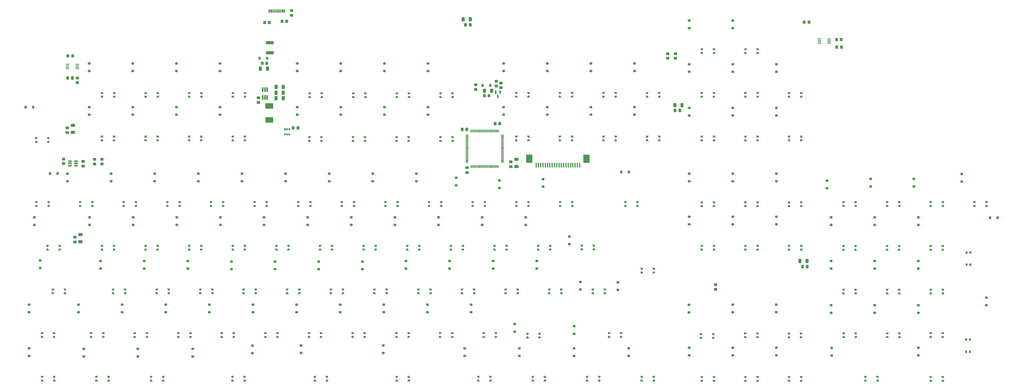
<source format=gbr>
%TF.GenerationSoftware,KiCad,Pcbnew,7.0.1*%
%TF.CreationDate,2023-04-01T22:43:58+02:00*%
%TF.ProjectId,berlin,6265726c-696e-42e6-9b69-6361645f7063,0.7*%
%TF.SameCoordinates,Original*%
%TF.FileFunction,Paste,Bot*%
%TF.FilePolarity,Positive*%
%FSLAX46Y46*%
G04 Gerber Fmt 4.6, Leading zero omitted, Abs format (unit mm)*
G04 Created by KiCad (PCBNEW 7.0.1) date 2023-04-01 22:43:58*
%MOMM*%
%LPD*%
G01*
G04 APERTURE LIST*
G04 Aperture macros list*
%AMRoundRect*
0 Rectangle with rounded corners*
0 $1 Rounding radius*
0 $2 $3 $4 $5 $6 $7 $8 $9 X,Y pos of 4 corners*
0 Add a 4 corners polygon primitive as box body*
4,1,4,$2,$3,$4,$5,$6,$7,$8,$9,$2,$3,0*
0 Add four circle primitives for the rounded corners*
1,1,$1+$1,$2,$3*
1,1,$1+$1,$4,$5*
1,1,$1+$1,$6,$7*
1,1,$1+$1,$8,$9*
0 Add four rect primitives between the rounded corners*
20,1,$1+$1,$2,$3,$4,$5,0*
20,1,$1+$1,$4,$5,$6,$7,0*
20,1,$1+$1,$6,$7,$8,$9,0*
20,1,$1+$1,$8,$9,$2,$3,0*%
%AMFreePoly0*
4,1,30,0.664142,0.394142,0.670000,0.380000,0.664142,0.365858,0.650000,0.360000,0.639861,0.360000,0.634589,0.349456,0.637054,0.347963,0.641840,0.336566,0.639014,0.324533,0.590226,0.244034,0.507054,0.075143,0.438918,-0.100353,0.386337,-0.281120,0.368024,-0.373451,0.364615,-0.379544,0.365871,-0.382599,0.359972,-0.396724,0.345813,-0.402541,-0.525058,-0.400000,-0.532121,-0.397049,
-0.539142,-0.394142,-0.539153,-0.394113,-0.539183,-0.394101,-0.542094,-0.387015,-0.545000,-0.380000,-0.545000,0.380000,-0.539142,0.394142,-0.525000,0.400000,0.650000,0.400000,0.664142,0.394142,0.664142,0.394142,$1*%
%AMFreePoly1*
4,1,30,0.359972,0.396724,0.365871,0.382599,0.360054,0.368440,0.348993,0.363820,0.355759,0.340140,0.360464,0.341185,0.371801,0.336259,0.378079,0.325611,0.398169,0.235096,0.453754,0.058186,0.524322,-0.113298,0.609351,-0.278090,0.658787,-0.356530,0.660798,-0.364473,0.664142,-0.365858,0.670000,-0.380000,0.664142,-0.394142,0.650000,-0.400000,-0.525000,-0.400000,-0.539142,-0.394142,
-0.545000,-0.380000,-0.545000,0.380000,-0.542090,0.387022,-0.539183,0.394101,-0.539153,0.394113,-0.539142,0.394142,-0.532121,0.397049,-0.525058,0.400000,0.345813,0.402541,0.359972,0.396724,0.359972,0.396724,$1*%
%AMFreePoly2*
4,1,31,0.575001,0.424979,0.592678,0.417657,0.600000,0.399978,0.592678,0.382301,0.574999,0.374979,0.559850,0.374979,0.541893,0.339064,0.547469,0.335977,0.554005,0.321977,0.551065,0.306808,0.490426,0.197399,0.393857,-0.033392,0.323058,-0.273344,0.301018,-0.396477,0.299621,-0.399085,0.300000,-0.400000,0.292678,-0.417678,0.275000,-0.425000,-0.200000,-0.425000,-0.319736,-0.407785,
-0.429772,-0.357533,-0.521194,-0.278316,-0.586594,-0.176551,-0.620674,-0.060484,-0.620674,0.060484,-0.586594,0.176551,-0.521194,0.278316,-0.429772,0.357533,-0.319736,0.407785,-0.199999,0.425000,0.575001,0.424979,0.575001,0.424979,$1*%
G04 Aperture macros list end*
%ADD10FreePoly0,180.000000*%
%ADD11FreePoly1,180.000000*%
%ADD12FreePoly2,0.000000*%
%ADD13FreePoly1,0.000000*%
%ADD14FreePoly0,0.000000*%
%ADD15FreePoly2,180.000000*%
%ADD16FreePoly0,90.000000*%
%ADD17FreePoly1,90.000000*%
%ADD18FreePoly2,270.000000*%
%ADD19FreePoly1,270.000000*%
%ADD20FreePoly0,270.000000*%
%ADD21FreePoly2,90.000000*%
%ADD22RoundRect,0.250000X-0.350000X0.250000X-0.350000X-0.250000X0.350000X-0.250000X0.350000X0.250000X0*%
%ADD23RoundRect,0.250000X0.450000X-0.350000X0.450000X0.350000X-0.450000X0.350000X-0.450000X-0.350000X0*%
%ADD24RoundRect,0.250000X-0.450000X0.350000X-0.450000X-0.350000X0.450000X-0.350000X0.450000X0.350000X0*%
%ADD25RoundRect,0.250000X1.450000X-0.400000X1.450000X0.400000X-1.450000X0.400000X-1.450000X-0.400000X0*%
%ADD26RoundRect,0.250000X0.475000X-0.337500X0.475000X0.337500X-0.475000X0.337500X-0.475000X-0.337500X0*%
%ADD27RoundRect,0.250000X-0.475000X0.337500X-0.475000X-0.337500X0.475000X-0.337500X0.475000X0.337500X0*%
%ADD28R,1.487399X0.431000*%
%ADD29RoundRect,0.250000X-0.412500X-0.650000X0.412500X-0.650000X0.412500X0.650000X-0.412500X0.650000X0*%
%ADD30RoundRect,0.250000X0.650000X-0.412500X0.650000X0.412500X-0.650000X0.412500X-0.650000X-0.412500X0*%
%ADD31R,1.560000X0.650000*%
%ADD32RoundRect,0.150000X-0.150000X-0.575000X0.150000X-0.575000X0.150000X0.575000X-0.150000X0.575000X0*%
%ADD33RoundRect,0.075000X-0.075000X-0.650000X0.075000X-0.650000X0.075000X0.650000X-0.075000X0.650000X0*%
%ADD34RoundRect,0.250000X0.325000X0.450000X-0.325000X0.450000X-0.325000X-0.450000X0.325000X-0.450000X0*%
%ADD35RoundRect,0.250000X-0.350000X-0.450000X0.350000X-0.450000X0.350000X0.450000X-0.350000X0.450000X0*%
%ADD36RoundRect,0.250000X0.250000X0.350000X-0.250000X0.350000X-0.250000X-0.350000X0.250000X-0.350000X0*%
%ADD37R,0.650000X1.060000*%
%ADD38RoundRect,0.325000X0.000000X0.205000X0.000000X-0.205000X0.000000X-0.205000X0.000000X0.205000X0*%
%ADD39R,1.193800X0.304800*%
%ADD40R,0.304800X1.193800*%
%ADD41RoundRect,0.250000X0.350000X-0.250000X0.350000X0.250000X-0.350000X0.250000X-0.350000X-0.250000X0*%
%ADD42R,3.500000X2.350000*%
%ADD43R,0.650000X2.000000*%
%ADD44RoundRect,0.250000X-0.337500X-0.475000X0.337500X-0.475000X0.337500X0.475000X-0.337500X0.475000X0*%
%ADD45RoundRect,0.150000X-0.150000X0.587500X-0.150000X-0.587500X0.150000X-0.587500X0.150000X0.587500X0*%
%ADD46RoundRect,0.250000X0.350000X0.450000X-0.350000X0.450000X-0.350000X-0.450000X0.350000X-0.450000X0*%
%ADD47RoundRect,0.250000X0.337500X0.475000X-0.337500X0.475000X-0.337500X-0.475000X0.337500X-0.475000X0*%
%ADD48R,0.610000X2.000000*%
%ADD49R,2.680000X3.600000*%
%ADD50RoundRect,0.250000X0.412500X0.650000X-0.412500X0.650000X-0.412500X-0.650000X0.412500X-0.650000X0*%
%ADD51RoundRect,0.250000X-0.450000X0.325000X-0.450000X-0.325000X0.450000X-0.325000X0.450000X0.325000X0*%
%ADD52RoundRect,0.250000X-0.250000X-0.350000X0.250000X-0.350000X0.250000X0.350000X-0.250000X0.350000X0*%
G04 APERTURE END LIST*
D10*
%TO.C,LED3\u002C11*%
X236879500Y-118865500D03*
D11*
X236854100Y-117265500D03*
D12*
X231647100Y-117265500D03*
D13*
X231570900Y-118865500D03*
%TD*%
D10*
%TO.C,LED3\u002C2*%
X65429500Y-118880000D03*
D11*
X65404100Y-117280000D03*
D12*
X60197100Y-117280000D03*
D13*
X60120900Y-118880000D03*
%TD*%
D10*
%TO.C,LED7\u002C5*%
X131942000Y-195075000D03*
D11*
X131916600Y-193475000D03*
D12*
X126709600Y-193475000D03*
D13*
X126633400Y-195075000D03*
%TD*%
D14*
%TO.C,LED2\u002C10*%
X250595500Y-88690500D03*
D13*
X250620900Y-90290500D03*
D15*
X255827900Y-90290500D03*
D11*
X255904100Y-88690500D03*
%TD*%
D10*
%TO.C,LED3\u002C6*%
X141629500Y-118865500D03*
D11*
X141604100Y-117265500D03*
D12*
X136397100Y-117265500D03*
D13*
X136320900Y-118865500D03*
%TD*%
D14*
%TO.C,LED2\u002C8*%
X198308000Y-88925000D03*
D13*
X198333400Y-90525000D03*
D15*
X203540400Y-90525000D03*
D11*
X203616600Y-88925000D03*
%TD*%
D10*
%TO.C,LED7\u002C2*%
X72541500Y-195065500D03*
D11*
X72516100Y-193465500D03*
D12*
X67309100Y-193465500D03*
D13*
X67232900Y-195065500D03*
%TD*%
D10*
%TO.C,LED1\u002C7*%
X184682500Y-71367500D03*
D11*
X184657100Y-69767500D03*
D12*
X179450100Y-69767500D03*
D13*
X179373900Y-71367500D03*
%TD*%
D10*
%TO.C,LED1\u002C2*%
X74992000Y-71255000D03*
D11*
X74966600Y-69655000D03*
D12*
X69759600Y-69655000D03*
D13*
X69683400Y-71255000D03*
%TD*%
D14*
%TO.C,LED4\u002C8*%
X183920500Y-136315500D03*
D13*
X183945900Y-137915500D03*
D15*
X189152900Y-137915500D03*
D11*
X189229100Y-136315500D03*
%TD*%
D10*
%TO.C,LED5\u002C11*%
X251230500Y-156965500D03*
D11*
X251205100Y-155365500D03*
D12*
X245998100Y-155365500D03*
D13*
X245921900Y-156965500D03*
%TD*%
D10*
%TO.C,LED1\u002C6*%
X165632500Y-71367500D03*
D11*
X165607100Y-69767500D03*
D12*
X160400100Y-69767500D03*
D13*
X160323900Y-71367500D03*
%TD*%
D10*
%TO.C,LED7\u002C7*%
X203642000Y-195075000D03*
D11*
X203616600Y-193475000D03*
D12*
X198409600Y-193475000D03*
D13*
X198333400Y-195075000D03*
%TD*%
D14*
%TO.C,LED4\u002C5*%
X126770500Y-136315500D03*
D13*
X126795900Y-137915500D03*
D15*
X132002900Y-137915500D03*
D11*
X132079100Y-136315500D03*
%TD*%
D10*
%TO.C,LED3\u002C7*%
X160679500Y-118865500D03*
D11*
X160654100Y-117265500D03*
D12*
X155447100Y-117265500D03*
D13*
X155370900Y-118865500D03*
%TD*%
D10*
%TO.C,LED7\u002C6*%
X167918500Y-195065500D03*
D11*
X167893100Y-193465500D03*
D12*
X162686100Y-193465500D03*
D13*
X162609900Y-195065500D03*
%TD*%
D10*
%TO.C,LED5\u002C14*%
X336955500Y-137915500D03*
D11*
X336930100Y-136315500D03*
D12*
X331723100Y-136315500D03*
D13*
X331646900Y-137915500D03*
%TD*%
D14*
%TO.C,LED6\u002C9*%
X198271500Y-174415500D03*
D13*
X198296900Y-176015500D03*
D15*
X203503900Y-176015500D03*
D11*
X203580100Y-174415500D03*
%TD*%
D10*
%TO.C,LED1\u002C10*%
X255929500Y-71240500D03*
D11*
X255904100Y-69640500D03*
D12*
X250697100Y-69640500D03*
D13*
X250620900Y-71240500D03*
%TD*%
D10*
%TO.C,LED5\u002C9*%
X213130500Y-156965500D03*
D11*
X213105100Y-155365500D03*
D12*
X207898100Y-155365500D03*
D13*
X207821900Y-156965500D03*
%TD*%
D10*
%TO.C,LED3\u002C17*%
X398804500Y-118865500D03*
D11*
X398779100Y-117265500D03*
D12*
X393572100Y-117265500D03*
D13*
X393495900Y-118865500D03*
%TD*%
D10*
%TO.C,LED5\u002C2*%
X79780500Y-156965500D03*
D11*
X79755100Y-155365500D03*
D12*
X74548100Y-155365500D03*
D13*
X74471900Y-156965500D03*
%TD*%
D14*
%TO.C,LED2\u002C14*%
X331621500Y-69640500D03*
D13*
X331646900Y-71240500D03*
D15*
X336853900Y-71240500D03*
D11*
X336930100Y-69640500D03*
%TD*%
D10*
%TO.C,LED1\u002C5*%
X132142000Y-71255000D03*
D11*
X132116600Y-69655000D03*
D12*
X126909600Y-69655000D03*
D13*
X126833400Y-71255000D03*
%TD*%
D10*
%TO.C,LED3\u002C16*%
X375055500Y-90290500D03*
D11*
X375030100Y-88690500D03*
D12*
X369823100Y-88690500D03*
D13*
X369746900Y-90290500D03*
%TD*%
D10*
%TO.C,LED3\u002C15*%
X356005500Y-90290500D03*
D11*
X355980100Y-88690500D03*
D12*
X350773100Y-88690500D03*
D13*
X350696900Y-90290500D03*
%TD*%
D14*
%TO.C,LED4\u002C11*%
X241070500Y-136315500D03*
D13*
X241095900Y-137915500D03*
D15*
X246302900Y-137915500D03*
D11*
X246379100Y-136315500D03*
%TD*%
D14*
%TO.C,LED2\u002C9*%
X217458000Y-88925000D03*
D13*
X217483400Y-90525000D03*
D15*
X222690400Y-90525000D03*
D11*
X222766600Y-88925000D03*
%TD*%
D14*
%TO.C,LED4\u002C14*%
X331621500Y-117392500D03*
D13*
X331646900Y-118992500D03*
D15*
X336853900Y-118992500D03*
D11*
X336930100Y-117392500D03*
%TD*%
D10*
%TO.C,LED3\u002C8*%
X179729500Y-118865500D03*
D11*
X179704100Y-117265500D03*
D12*
X174497100Y-117265500D03*
D13*
X174420900Y-118865500D03*
%TD*%
D14*
%TO.C,LED2\u002C4*%
X107720500Y-88690500D03*
D13*
X107745900Y-90290500D03*
D15*
X112952900Y-90290500D03*
D11*
X113029100Y-88690500D03*
%TD*%
D10*
%TO.C,LED7\u002C1*%
X48792500Y-195065500D03*
D11*
X48767100Y-193465500D03*
D12*
X43560100Y-193465500D03*
D13*
X43483900Y-195065500D03*
%TD*%
D14*
%TO.C,LED4\u002C18*%
X412520500Y-136442500D03*
D13*
X412545900Y-138042500D03*
D15*
X417752900Y-138042500D03*
D11*
X417829100Y-136442500D03*
%TD*%
D10*
%TO.C,LED3\u002C10*%
X217829500Y-118865500D03*
D11*
X217804100Y-117265500D03*
D12*
X212597100Y-117265500D03*
D13*
X212520900Y-118865500D03*
%TD*%
D14*
%TO.C,LED4\u002C4*%
X107720500Y-136315500D03*
D13*
X107745900Y-137915500D03*
D15*
X112952900Y-137915500D03*
D11*
X113029100Y-136315500D03*
%TD*%
D10*
%TO.C,LED1\u002C11*%
X274979500Y-71240500D03*
D11*
X274954100Y-69640500D03*
D12*
X269747100Y-69640500D03*
D13*
X269670900Y-71240500D03*
%TD*%
D14*
%TO.C,LED4\u002C1*%
X45871500Y-136315500D03*
D13*
X45896900Y-137915500D03*
D15*
X51103900Y-137915500D03*
D11*
X51180100Y-136315500D03*
%TD*%
D16*
%TO.C,LED2\u002C19*%
X447105000Y-182572000D03*
D17*
X448705000Y-182546600D03*
D18*
X448705000Y-177339600D03*
D19*
X447105000Y-177263400D03*
%TD*%
D10*
%TO.C,LED1\u002C4*%
X113092000Y-71255000D03*
D11*
X113066600Y-69655000D03*
D12*
X107859600Y-69655000D03*
D13*
X107783400Y-71255000D03*
%TD*%
D10*
%TO.C,LED3\u002C18*%
X417854500Y-118865500D03*
D11*
X417829100Y-117265500D03*
D12*
X412622100Y-117265500D03*
D13*
X412545900Y-118865500D03*
%TD*%
D10*
%TO.C,LED5\u002C1*%
X53491500Y-156965500D03*
D11*
X53466100Y-155365500D03*
D12*
X48259100Y-155365500D03*
D13*
X48182900Y-156965500D03*
%TD*%
D10*
%TO.C,LED3\u002C4*%
X103529500Y-118880000D03*
D11*
X103504100Y-117280000D03*
D12*
X98297100Y-117280000D03*
D13*
X98220900Y-118880000D03*
%TD*%
D14*
%TO.C,LED4\u002C6*%
X145820500Y-136315500D03*
D13*
X145845900Y-137915500D03*
D15*
X151052900Y-137915500D03*
D11*
X151129100Y-136315500D03*
%TD*%
D14*
%TO.C,LED4\u002C15*%
X350671500Y-117392500D03*
D13*
X350696900Y-118992500D03*
D15*
X355903900Y-118992500D03*
D11*
X355980100Y-117392500D03*
%TD*%
D14*
%TO.C,LED6\u002C8*%
X179094500Y-174415500D03*
D13*
X179119900Y-176015500D03*
D15*
X184326900Y-176015500D03*
D11*
X184403100Y-174415500D03*
%TD*%
D10*
%TO.C,LED5\u002C7*%
X174903500Y-156965500D03*
D11*
X174878100Y-155365500D03*
D12*
X169671100Y-155365500D03*
D13*
X169594900Y-156965500D03*
%TD*%
D14*
%TO.C,LED6\u002C18*%
X412618000Y-174495000D03*
D13*
X412643400Y-176095000D03*
D15*
X417850400Y-176095000D03*
D11*
X417926600Y-174495000D03*
%TD*%
D14*
%TO.C,LED6\u002C15*%
X350588000Y-174495000D03*
D13*
X350613400Y-176095000D03*
D15*
X355820400Y-176095000D03*
D11*
X355896600Y-174495000D03*
%TD*%
D14*
%TO.C,LED4\u002C2*%
X69620500Y-136315500D03*
D13*
X69645900Y-137915500D03*
D15*
X74852900Y-137915500D03*
D11*
X74929100Y-136315500D03*
%TD*%
D10*
%TO.C,LED7\u002C15*%
X356005500Y-195192500D03*
D11*
X355980100Y-193592500D03*
D12*
X350773100Y-193592500D03*
D13*
X350696900Y-195192500D03*
%TD*%
D14*
%TO.C,LED6\u002C12*%
X283996500Y-155365500D03*
D13*
X284021900Y-156965500D03*
D15*
X289228900Y-156965500D03*
D11*
X289305100Y-155365500D03*
%TD*%
D14*
%TO.C,LED6\u002C3*%
X83971500Y-174415500D03*
D13*
X83996900Y-176015500D03*
D15*
X89203900Y-176015500D03*
D11*
X89280100Y-174415500D03*
%TD*%
D14*
%TO.C,LED4\u002C10*%
X222020500Y-136315500D03*
D13*
X222045900Y-137915500D03*
D15*
X227252900Y-137915500D03*
D11*
X227329100Y-136315500D03*
%TD*%
D10*
%TO.C,LED5\u002C15*%
X356005500Y-137915500D03*
D11*
X355980100Y-136315500D03*
D12*
X350773100Y-136315500D03*
D13*
X350696900Y-137915500D03*
%TD*%
D14*
%TO.C,LED4\u002C13*%
X298220500Y-117265500D03*
D13*
X298245900Y-118865500D03*
D15*
X303452900Y-118865500D03*
D11*
X303529100Y-117265500D03*
%TD*%
D14*
%TO.C,LED4\u002C12*%
X260120500Y-136315500D03*
D13*
X260145900Y-137915500D03*
D15*
X265352900Y-137915500D03*
D11*
X265429100Y-136315500D03*
%TD*%
D14*
%TO.C,LED4\u002C16*%
X369721500Y-117392500D03*
D13*
X369746900Y-118992500D03*
D15*
X374953900Y-118992500D03*
D11*
X375030100Y-117392500D03*
%TD*%
D10*
%TO.C,LED7\u002C3*%
X96417500Y-195065500D03*
D11*
X96392100Y-193465500D03*
D12*
X91185100Y-193465500D03*
D13*
X91108900Y-195065500D03*
%TD*%
D20*
%TO.C,LED2\u002C18*%
X448865000Y-139238000D03*
D19*
X447265000Y-139263400D03*
D21*
X447265000Y-144470400D03*
D17*
X448865000Y-144546600D03*
%TD*%
D10*
%TO.C,LED5\u002C10*%
X232180500Y-156965500D03*
D11*
X232155100Y-155365500D03*
D12*
X226948100Y-155365500D03*
D13*
X226871900Y-156965500D03*
%TD*%
D10*
%TO.C,LED7\u002C18*%
X436904500Y-195192500D03*
D11*
X436879100Y-193592500D03*
D12*
X431672100Y-193592500D03*
D13*
X431595900Y-195192500D03*
%TD*%
D10*
%TO.C,LED7\u002C16*%
X375055500Y-195192500D03*
D11*
X375030100Y-193592500D03*
D12*
X369823100Y-193592500D03*
D13*
X369746900Y-195192500D03*
%TD*%
D10*
%TO.C,LED1\u002C9*%
X222782500Y-71367500D03*
D11*
X222757100Y-69767500D03*
D12*
X217550100Y-69767500D03*
D13*
X217473900Y-71367500D03*
%TD*%
D14*
%TO.C,LED4\u002C19*%
X431570500Y-136442500D03*
D13*
X431595900Y-138042500D03*
D15*
X436802900Y-138042500D03*
D11*
X436879100Y-136442500D03*
%TD*%
D10*
%TO.C,LED2\u002C17*%
X455954500Y-118865500D03*
D11*
X455929100Y-117265500D03*
D12*
X450722100Y-117265500D03*
D13*
X450645900Y-118865500D03*
%TD*%
D10*
%TO.C,LED7\u002C17*%
X408367000Y-195080000D03*
D11*
X408341600Y-193480000D03*
D12*
X403134600Y-193480000D03*
D13*
X403058400Y-195080000D03*
%TD*%
D14*
%TO.C,LED6\u002C19*%
X431570500Y-174415500D03*
D13*
X431595900Y-176015500D03*
D15*
X436802900Y-176015500D03*
D11*
X436879100Y-174415500D03*
%TD*%
D10*
%TO.C,LED5\u002C8*%
X193953500Y-156965500D03*
D11*
X193928100Y-155365500D03*
D12*
X188721100Y-155365500D03*
D13*
X188644900Y-156965500D03*
%TD*%
D10*
%TO.C,LED3\u002C19*%
X436904500Y-118865500D03*
D11*
X436879100Y-117265500D03*
D12*
X431672100Y-117265500D03*
D13*
X431595900Y-118865500D03*
%TD*%
D14*
%TO.C,LED7\u002C13*%
X291108500Y-174415500D03*
D13*
X291133900Y-176015500D03*
D15*
X296340900Y-176015500D03*
D11*
X296417100Y-174415500D03*
%TD*%
D10*
%TO.C,LED5\u002C19*%
X436904500Y-157092500D03*
D11*
X436879100Y-155492500D03*
D12*
X431672100Y-155492500D03*
D13*
X431595900Y-157092500D03*
%TD*%
D14*
%TO.C,LED2\u002C11*%
X269645500Y-88690500D03*
D13*
X269670900Y-90290500D03*
D15*
X274877900Y-90290500D03*
D11*
X274954100Y-88690500D03*
%TD*%
D14*
%TO.C,LED6\u002C4*%
X103021500Y-174415500D03*
D13*
X103046900Y-176015500D03*
D15*
X108253900Y-176015500D03*
D11*
X108330100Y-174415500D03*
%TD*%
D10*
%TO.C,LED5\u002C13*%
X284492000Y-137825000D03*
D11*
X284466600Y-136225000D03*
D12*
X279259600Y-136225000D03*
D13*
X279183400Y-137825000D03*
%TD*%
D10*
%TO.C,LED5\u002C16*%
X375055500Y-137915500D03*
D11*
X375030100Y-136315500D03*
D12*
X369823100Y-136315500D03*
D13*
X369746900Y-137915500D03*
%TD*%
D14*
%TO.C,LED6\u002C16*%
X369683000Y-174600000D03*
D13*
X369708400Y-176200000D03*
D15*
X374915400Y-176200000D03*
D11*
X374991600Y-174600000D03*
%TD*%
D10*
%TO.C,LED5\u002C12*%
X270280500Y-156965500D03*
D11*
X270255100Y-155365500D03*
D12*
X265048100Y-155365500D03*
D13*
X264971900Y-156965500D03*
%TD*%
D14*
%TO.C,LED6\u002C6*%
X140994500Y-174415500D03*
D13*
X141019900Y-176015500D03*
D15*
X146226900Y-176015500D03*
D11*
X146303100Y-174415500D03*
%TD*%
D14*
%TO.C,LED2\u002C16*%
X369721500Y-69640500D03*
D13*
X369746900Y-71240500D03*
D15*
X374953900Y-71240500D03*
D11*
X375030100Y-69640500D03*
%TD*%
D14*
%TO.C,LED6\u002C2*%
X64921500Y-174415500D03*
D13*
X64946900Y-176015500D03*
D15*
X70153900Y-176015500D03*
D11*
X70230100Y-174415500D03*
%TD*%
D10*
%TO.C,LED1\u002C12*%
X294029500Y-71240500D03*
D11*
X294004100Y-69640500D03*
D12*
X288797100Y-69640500D03*
D13*
X288720900Y-71240500D03*
%TD*%
D14*
%TO.C,LED6\u002C1*%
X43458500Y-174415500D03*
D13*
X43483900Y-176015500D03*
D15*
X48690900Y-176015500D03*
D11*
X48767100Y-174415500D03*
%TD*%
D10*
%TO.C,LED7\u002C9*%
X263079000Y-195065500D03*
D11*
X263053600Y-193465500D03*
D12*
X257846600Y-193465500D03*
D13*
X257770400Y-195065500D03*
%TD*%
D10*
%TO.C,LED5\u002C3*%
X98830500Y-156965500D03*
D11*
X98805100Y-155365500D03*
D12*
X93598100Y-155365500D03*
D13*
X93521900Y-156965500D03*
%TD*%
D14*
%TO.C,LED2\u002C7*%
X179258000Y-88925000D03*
D13*
X179283400Y-90525000D03*
D15*
X184490400Y-90525000D03*
D11*
X184566600Y-88925000D03*
%TD*%
D10*
%TO.C,LED3\u002C1*%
X46379500Y-118880000D03*
D11*
X46354100Y-117280000D03*
D12*
X41147100Y-117280000D03*
D13*
X41070900Y-118880000D03*
%TD*%
D14*
%TO.C,LED6\u002C17*%
X393568000Y-174495000D03*
D13*
X393593400Y-176095000D03*
D15*
X398800400Y-176095000D03*
D11*
X398876600Y-174495000D03*
%TD*%
D14*
%TO.C,LED6\u002C14*%
X331258000Y-174875000D03*
D13*
X331283400Y-176475000D03*
D15*
X336490400Y-176475000D03*
D11*
X336566600Y-174875000D03*
%TD*%
D14*
%TO.C,LED2\u002C13*%
X307745500Y-88690500D03*
D13*
X307770900Y-90290500D03*
D15*
X312977900Y-90290500D03*
D11*
X313054100Y-88690500D03*
%TD*%
D14*
%TO.C,LED4\u002C3*%
X88670500Y-136315500D03*
D13*
X88695900Y-137915500D03*
D15*
X93902900Y-137915500D03*
D11*
X93979100Y-136315500D03*
%TD*%
D14*
%TO.C,LED2\u002C5*%
X126770500Y-88690500D03*
D13*
X126795900Y-90290500D03*
D15*
X132002900Y-90290500D03*
D11*
X132079100Y-88690500D03*
%TD*%
D10*
%TO.C,LED3\u002C12*%
X255929500Y-118865500D03*
D11*
X255904100Y-117265500D03*
D12*
X250697100Y-117265500D03*
D13*
X250620900Y-118865500D03*
%TD*%
D14*
%TO.C,LED6\u002C13*%
X305370000Y-146348500D03*
D13*
X305395400Y-147948500D03*
D15*
X310602400Y-147948500D03*
D11*
X310678600Y-146348500D03*
%TD*%
D10*
%TO.C,LED7\u002C14*%
X336955500Y-195192500D03*
D11*
X336930100Y-193592500D03*
D12*
X331723100Y-193592500D03*
D13*
X331646900Y-195192500D03*
%TD*%
D14*
%TO.C,LED2\u002C1*%
X40908000Y-89325000D03*
D13*
X40933400Y-90925000D03*
D15*
X46140400Y-90925000D03*
D11*
X46216600Y-89325000D03*
%TD*%
D10*
%TO.C,LED1\u002C13*%
X313079500Y-71240500D03*
D11*
X313054100Y-69640500D03*
D12*
X307847100Y-69640500D03*
D13*
X307770900Y-71240500D03*
%TD*%
D10*
%TO.C,LED1\u002C3*%
X94042000Y-71255000D03*
D11*
X94016600Y-69655000D03*
D12*
X88809600Y-69655000D03*
D13*
X88733400Y-71255000D03*
%TD*%
D10*
%TO.C,LED3\u002C5*%
X122579500Y-118865500D03*
D11*
X122554100Y-117265500D03*
D12*
X117347100Y-117265500D03*
D13*
X117270900Y-118865500D03*
%TD*%
D14*
%TO.C,LED7\u002C12*%
X255468000Y-174715000D03*
D13*
X255493400Y-176315000D03*
D15*
X260700400Y-176315000D03*
D11*
X260776600Y-174715000D03*
%TD*%
D14*
%TO.C,LED4\u002C17*%
X393470500Y-136442500D03*
D13*
X393495900Y-138042500D03*
D15*
X398702900Y-138042500D03*
D11*
X398779100Y-136442500D03*
%TD*%
D10*
%TO.C,LED3\u002C14*%
X336955500Y-90290500D03*
D11*
X336930100Y-88690500D03*
D12*
X331723100Y-88690500D03*
D13*
X331646900Y-90290500D03*
%TD*%
D10*
%TO.C,LED5\u002C4*%
X117880500Y-156965500D03*
D11*
X117855100Y-155365500D03*
D12*
X112648100Y-155365500D03*
D13*
X112571900Y-156965500D03*
%TD*%
D10*
%TO.C,LED7\u002C8*%
X239292500Y-195065500D03*
D11*
X239267100Y-193465500D03*
D12*
X234060100Y-193465500D03*
D13*
X233983900Y-195065500D03*
%TD*%
D10*
%TO.C,LED5\u002C5*%
X136803500Y-156965500D03*
D11*
X136778100Y-155365500D03*
D12*
X131571100Y-155365500D03*
D13*
X131494900Y-156965500D03*
%TD*%
D14*
%TO.C,LED4\u002C9*%
X202970500Y-136315500D03*
D13*
X202995900Y-137915500D03*
D15*
X208202900Y-137915500D03*
D11*
X208279100Y-136315500D03*
%TD*%
D14*
%TO.C,LED2\u002C3*%
X88670500Y-88690500D03*
D13*
X88695900Y-90290500D03*
D15*
X93902900Y-90290500D03*
D11*
X93979100Y-88690500D03*
%TD*%
D10*
%TO.C,LED7\u002C10*%
X286828000Y-195065500D03*
D11*
X286802600Y-193465500D03*
D12*
X281595600Y-193465500D03*
D13*
X281519400Y-195065500D03*
%TD*%
D14*
%TO.C,LED4\u002C7*%
X164870500Y-136315500D03*
D13*
X164895900Y-137915500D03*
D15*
X170102900Y-137915500D03*
D11*
X170179100Y-136315500D03*
%TD*%
D10*
%TO.C,LED5\u002C17*%
X398804500Y-157092500D03*
D11*
X398779100Y-155492500D03*
D12*
X393572100Y-155492500D03*
D13*
X393495900Y-157092500D03*
%TD*%
D14*
%TO.C,LED2\u002C12*%
X288695500Y-88690500D03*
D13*
X288720900Y-90290500D03*
D15*
X293927900Y-90290500D03*
D11*
X294004100Y-88690500D03*
%TD*%
D10*
%TO.C,LED3\u002C13*%
X275017000Y-118880000D03*
D11*
X274991600Y-117280000D03*
D12*
X269784600Y-117280000D03*
D13*
X269708400Y-118880000D03*
%TD*%
D14*
%TO.C,LED6\u002C10*%
X217321500Y-174415500D03*
D13*
X217346900Y-176015500D03*
D15*
X222553900Y-176015500D03*
D11*
X222630100Y-174415500D03*
%TD*%
D14*
%TO.C,LED6\u002C5*%
X121944500Y-174415500D03*
D13*
X121969900Y-176015500D03*
D15*
X127176900Y-176015500D03*
D11*
X127253100Y-174415500D03*
%TD*%
D14*
%TO.C,LED2\u002C6*%
X160208000Y-88925000D03*
D13*
X160233400Y-90525000D03*
D15*
X165440400Y-90525000D03*
D11*
X165516600Y-88925000D03*
%TD*%
D14*
%TO.C,LED6\u002C11*%
X236371500Y-174415500D03*
D13*
X236396900Y-176015500D03*
D15*
X241603900Y-176015500D03*
D11*
X241680100Y-174415500D03*
%TD*%
D10*
%TO.C,LED1\u002C15*%
X356005500Y-52190500D03*
D11*
X355980100Y-50590500D03*
D12*
X350773100Y-50590500D03*
D13*
X350696900Y-52190500D03*
%TD*%
D10*
%TO.C,LED7\u002C11*%
X310666500Y-195065500D03*
D11*
X310641100Y-193465500D03*
D12*
X305434100Y-193465500D03*
D13*
X305357900Y-195065500D03*
%TD*%
D10*
%TO.C,LED3\u002C3*%
X84479500Y-118880000D03*
D11*
X84454100Y-117280000D03*
D12*
X79247100Y-117280000D03*
D13*
X79170900Y-118880000D03*
%TD*%
D10*
%TO.C,LED5\u002C6*%
X155853500Y-156965500D03*
D11*
X155828100Y-155365500D03*
D12*
X150621100Y-155365500D03*
D13*
X150544900Y-156965500D03*
%TD*%
D10*
%TO.C,LED1\u002C14*%
X336955500Y-52190500D03*
D11*
X336930100Y-50590500D03*
D12*
X331723100Y-50590500D03*
D13*
X331646900Y-52190500D03*
%TD*%
D10*
%TO.C,LED1\u002C8*%
X203732500Y-71367500D03*
D11*
X203707100Y-69767500D03*
D12*
X198500100Y-69767500D03*
D13*
X198423900Y-71367500D03*
%TD*%
D14*
%TO.C,LED6\u002C7*%
X160044500Y-174415500D03*
D13*
X160069900Y-176015500D03*
D15*
X165276900Y-176015500D03*
D11*
X165353100Y-174415500D03*
%TD*%
D14*
%TO.C,LED2\u002C15*%
X350671500Y-69640500D03*
D13*
X350696900Y-71240500D03*
D15*
X355903900Y-71240500D03*
D11*
X355980100Y-69640500D03*
%TD*%
D10*
%TO.C,LED3\u002C9*%
X198779500Y-118865500D03*
D11*
X198754100Y-117265500D03*
D12*
X193547100Y-117265500D03*
D13*
X193470900Y-118865500D03*
%TD*%
D10*
%TO.C,LED5\u002C18*%
X417854500Y-157092500D03*
D11*
X417829100Y-155492500D03*
D12*
X412622100Y-155492500D03*
D13*
X412545900Y-157092500D03*
%TD*%
D14*
%TO.C,LED2\u002C2*%
X69620500Y-88690500D03*
D13*
X69645900Y-90290500D03*
D15*
X74852900Y-90290500D03*
D11*
X74929100Y-88690500D03*
%TD*%
D22*
%TO.C,D43*%
X149795000Y-104873000D03*
X149795000Y-108173000D03*
%TD*%
%TO.C,D68*%
X264095000Y-56740000D03*
X264095000Y-60040000D03*
%TD*%
%TO.C,D105*%
X364171000Y-104873000D03*
X364171000Y-108173000D03*
%TD*%
%TO.C,D30*%
X111695000Y-104873000D03*
X111695000Y-108173000D03*
%TD*%
D23*
%TO.C,R305*%
X320125000Y-54475000D03*
X320125000Y-52475000D03*
%TD*%
D22*
%TO.C,D83*%
X302195000Y-75790000D03*
X302195000Y-79090000D03*
%TD*%
D24*
%TO.C,R302*%
X69625000Y-98575000D03*
X69625000Y-100575000D03*
%TD*%
D22*
%TO.C,D6*%
X37781000Y-162023000D03*
X37781000Y-165323000D03*
%TD*%
%TO.C,D35*%
X154875000Y-75790000D03*
X154875000Y-79090000D03*
%TD*%
%TO.C,D77*%
X243190800Y-107819400D03*
X243190800Y-111119400D03*
%TD*%
D25*
%TO.C,F701*%
X142937000Y-52106000D03*
X142937000Y-47656000D03*
%TD*%
D22*
%TO.C,D10*%
X54545000Y-104873000D03*
X54545000Y-108173000D03*
%TD*%
%TO.C,D48*%
X192975000Y-75790000D03*
X192975000Y-79090000D03*
%TD*%
%TO.C,D103*%
X364171000Y-57121000D03*
X364171000Y-60421000D03*
%TD*%
%TO.C,D62*%
X245045000Y-75790000D03*
X245045000Y-79090000D03*
%TD*%
%TO.C,D93*%
X326071000Y-123669000D03*
X326071000Y-126969000D03*
%TD*%
D26*
%TO.C,C707*%
X248195000Y-101782500D03*
X248195000Y-99707500D03*
%TD*%
D22*
%TO.C,D4*%
X40067000Y-123923000D03*
X40067000Y-127223000D03*
%TD*%
%TO.C,D63*%
X206945000Y-104873000D03*
X206945000Y-108173000D03*
%TD*%
%TO.C,D120*%
X455865000Y-158975000D03*
X455865000Y-162275000D03*
%TD*%
D27*
%TO.C,C708*%
X229043000Y-102234300D03*
X229043000Y-104309300D03*
%TD*%
D22*
%TO.C,D9*%
X64070000Y-75790000D03*
X64070000Y-79090000D03*
%TD*%
%TO.C,D33*%
X116521000Y-162023000D03*
X116521000Y-165323000D03*
%TD*%
D28*
%TO.C,LED1\u002C16*%
X382992400Y-47934999D03*
X382992400Y-47285001D03*
X382992400Y-46634999D03*
X382992400Y-45985001D03*
X387259600Y-45985001D03*
X387259600Y-46634999D03*
X387259600Y-47285001D03*
X387259600Y-47934999D03*
%TD*%
D22*
%TO.C,D31*%
X121347000Y-123923000D03*
X121347000Y-127223000D03*
%TD*%
%TO.C,D60*%
X251903000Y-181073000D03*
X251903000Y-184373000D03*
%TD*%
%TO.C,D91*%
X326071000Y-76171000D03*
X326071000Y-79471000D03*
%TD*%
D29*
%TO.C,C715*%
X236712500Y-68675000D03*
X239837500Y-68675000D03*
%TD*%
D24*
%TO.C,R303*%
X66425000Y-98575000D03*
X66425000Y-100575000D03*
%TD*%
D22*
%TO.C,D44*%
X159447000Y-123923000D03*
X159447000Y-127223000D03*
%TD*%
%TO.C,D110*%
X388047000Y-123923000D03*
X388047000Y-127223000D03*
%TD*%
%TO.C,D38*%
X145223000Y-143227000D03*
X145223000Y-146527000D03*
%TD*%
%TO.C,D84*%
X262240800Y-107235200D03*
X262240800Y-110535200D03*
%TD*%
%TO.C,D25*%
X102297000Y-123923000D03*
X102297000Y-127223000D03*
%TD*%
D30*
%TO.C,C724*%
X56975000Y-86837500D03*
X56975000Y-83712500D03*
%TD*%
D22*
%TO.C,D53*%
X228027000Y-181073000D03*
X228027000Y-184373000D03*
%TD*%
D31*
%TO.C,U502*%
X58341000Y-99429000D03*
X58341000Y-100379000D03*
X58341000Y-101329000D03*
X55641000Y-101329000D03*
X55641000Y-100379000D03*
X55641000Y-99429000D03*
%TD*%
D22*
%TO.C,D17*%
X73595000Y-104873000D03*
X73595000Y-108173000D03*
%TD*%
%TO.C,D51*%
X183323000Y-143227000D03*
X183323000Y-146527000D03*
%TD*%
%TO.C,D45*%
X164273000Y-143227000D03*
X164273000Y-146527000D03*
%TD*%
%TO.C,D59*%
X192721000Y-162023000D03*
X192721000Y-165323000D03*
%TD*%
%TO.C,D36*%
X130745000Y-104873000D03*
X130745000Y-108173000D03*
%TD*%
%TO.C,D119*%
X426147000Y-180819000D03*
X426147000Y-184119000D03*
%TD*%
%TO.C,D58*%
X202373000Y-142973000D03*
X202373000Y-146273000D03*
%TD*%
%TO.C,D47*%
X192975000Y-56740000D03*
X192975000Y-60040000D03*
%TD*%
%TO.C,D23*%
X102170000Y-75790000D03*
X102170000Y-79090000D03*
%TD*%
%TO.C,D111*%
X388047000Y-142973000D03*
X388047000Y-146273000D03*
%TD*%
%TO.C,D69*%
X264095000Y-75790000D03*
X264095000Y-79090000D03*
%TD*%
D26*
%TO.C,C725*%
X54515000Y-86902500D03*
X54515000Y-84827500D03*
%TD*%
D32*
%TO.C,J201*%
X142735000Y-33847500D03*
X143535000Y-33847500D03*
D33*
X144735000Y-33847500D03*
X145731000Y-33847500D03*
X146235000Y-33847500D03*
X147235000Y-33847500D03*
D32*
X149235000Y-33847500D03*
X148435000Y-33847500D03*
D33*
X147735000Y-33847500D03*
X146735000Y-33847500D03*
X145235000Y-33847500D03*
X144235000Y-33847500D03*
%TD*%
D34*
%TO.C,L1*%
X56840000Y-53437000D03*
X54790000Y-53437000D03*
%TD*%
D22*
%TO.C,D126*%
X156625000Y-179775000D03*
X156625000Y-183075000D03*
%TD*%
%TO.C,D124*%
X426147000Y-162277000D03*
X426147000Y-165577000D03*
%TD*%
D35*
%TO.C,R701*%
X139651000Y-56653000D03*
X141651000Y-56653000D03*
%TD*%
D36*
%TO.C,D2*%
X39558000Y-75789000D03*
X36258000Y-75789000D03*
%TD*%
D22*
%TO.C,D116*%
X407097000Y-123923000D03*
X407097000Y-127223000D03*
%TD*%
%TO.C,D99*%
X345121000Y-123669000D03*
X345121000Y-126969000D03*
%TD*%
%TO.C,D100*%
X345121000Y-162023000D03*
X345121000Y-165323000D03*
%TD*%
D37*
%TO.C,U701*%
X149541000Y-85441000D03*
D38*
X150491000Y-85441000D03*
X151441000Y-85441000D03*
X151441000Y-87641000D03*
X150491000Y-87641000D03*
X149541000Y-87641000D03*
%TD*%
D22*
%TO.C,D125*%
X135375000Y-179825000D03*
X135375000Y-183125000D03*
%TD*%
%TO.C,D66*%
X211771000Y-162023000D03*
X211771000Y-165323000D03*
%TD*%
%TO.C,D19*%
X88073000Y-142973000D03*
X88073000Y-146273000D03*
%TD*%
D39*
%TO.C,U501*%
X244540000Y-87949999D03*
X244540000Y-88450001D03*
X244540000Y-88950000D03*
X244540000Y-89449999D03*
X244540000Y-89950000D03*
X244540000Y-90449999D03*
X244540000Y-90950001D03*
X244540000Y-91450000D03*
X244540000Y-91949999D03*
X244540000Y-92450000D03*
X244540000Y-92949999D03*
X244540000Y-93449998D03*
X244540000Y-93950000D03*
X244540000Y-94449999D03*
X244540000Y-94950001D03*
X244540000Y-95450000D03*
X244540000Y-95949999D03*
X244540000Y-96450000D03*
X244540000Y-96949999D03*
X244540000Y-97450001D03*
X244540000Y-97950000D03*
X244540000Y-98449999D03*
X244540000Y-98950000D03*
X244540000Y-99449999D03*
X244540000Y-99950001D03*
D40*
X242790001Y-101700000D03*
X242289999Y-101700000D03*
X241790000Y-101700000D03*
X241290001Y-101700000D03*
X240790000Y-101700000D03*
X240290001Y-101700000D03*
X239789999Y-101700000D03*
X239290000Y-101700000D03*
X238790001Y-101700000D03*
X238290000Y-101700000D03*
X237790001Y-101700000D03*
X237289999Y-101700000D03*
X236790000Y-101700000D03*
X236290001Y-101700000D03*
X235789999Y-101700000D03*
X235290000Y-101700000D03*
X234789999Y-101700000D03*
X234290000Y-101700000D03*
X233790001Y-101700000D03*
X233289999Y-101700000D03*
X232790000Y-101700000D03*
X232289999Y-101700000D03*
X231790000Y-101700000D03*
X231290001Y-101700000D03*
X230789999Y-101700000D03*
D39*
X229040000Y-99950001D03*
X229040000Y-99449999D03*
X229040000Y-98950000D03*
X229040000Y-98450001D03*
X229040000Y-97950000D03*
X229040000Y-97450001D03*
X229040000Y-96949999D03*
X229040000Y-96450000D03*
X229040000Y-95950001D03*
X229040000Y-95450000D03*
X229040000Y-94950001D03*
X229040000Y-94449999D03*
X229040000Y-93950000D03*
X229040000Y-93450001D03*
X229040000Y-92949999D03*
X229040000Y-92450000D03*
X229040000Y-91949999D03*
X229040000Y-91450000D03*
X229040000Y-90950001D03*
X229040000Y-90449999D03*
X229040000Y-89950000D03*
X229040000Y-89449999D03*
X229040000Y-88950000D03*
X229040000Y-88450001D03*
X229040000Y-87949999D03*
D40*
X230789999Y-86200000D03*
X231290001Y-86200000D03*
X231790000Y-86200000D03*
X232289999Y-86200000D03*
X232790000Y-86200000D03*
X233289999Y-86200000D03*
X233790001Y-86200000D03*
X234290000Y-86200000D03*
X234789999Y-86200000D03*
X235290000Y-86200000D03*
X235789999Y-86200000D03*
X236290001Y-86200000D03*
X236790000Y-86200000D03*
X237289999Y-86200000D03*
X237790001Y-86200000D03*
X238290000Y-86200000D03*
X238790001Y-86200000D03*
X239290000Y-86200000D03*
X239789999Y-86200000D03*
X240290001Y-86200000D03*
X240790000Y-86200000D03*
X241290001Y-86200000D03*
X241790000Y-86200000D03*
X242289999Y-86200000D03*
X242790001Y-86200000D03*
%TD*%
D22*
%TO.C,D37*%
X140397000Y-123923000D03*
X140397000Y-127223000D03*
%TD*%
D29*
%TO.C,C717*%
X145692500Y-71926000D03*
X148817500Y-71926000D03*
%TD*%
D41*
%TO.C,D80*%
X278573000Y-155417000D03*
X278573000Y-152117000D03*
%TD*%
D26*
%TO.C,C712*%
X61479000Y-101562500D03*
X61479000Y-99487500D03*
%TD*%
D22*
%TO.C,D90*%
X326071000Y-57121000D03*
X326071000Y-60421000D03*
%TD*%
%TO.C,D61*%
X245045000Y-56740000D03*
X245045000Y-60040000D03*
%TD*%
%TO.C,D115*%
X405369800Y-107133600D03*
X405369800Y-110433600D03*
%TD*%
%TO.C,D32*%
X126173000Y-143227000D03*
X126173000Y-146527000D03*
%TD*%
%TO.C,D24*%
X92645000Y-104873000D03*
X92645000Y-108173000D03*
%TD*%
%TO.C,D28*%
X121220000Y-56740000D03*
X121220000Y-60040000D03*
%TD*%
%TO.C,D128*%
X326065250Y-162034500D03*
X326065250Y-165334500D03*
%TD*%
D42*
%TO.C,L701*%
X142683000Y-75304000D03*
X142683000Y-81354000D03*
%TD*%
D22*
%TO.C,D75*%
X283145000Y-56740000D03*
X283145000Y-60040000D03*
%TD*%
D30*
%TO.C,C726*%
X60275000Y-134537500D03*
X60275000Y-131412500D03*
%TD*%
D22*
%TO.C,D7*%
X37781000Y-181073000D03*
X37781000Y-184373000D03*
%TD*%
%TO.C,D113*%
X388375000Y-180825000D03*
X388375000Y-184125000D03*
%TD*%
D36*
%TO.C,D114*%
X460817000Y-124049000D03*
X457517000Y-124049000D03*
%TD*%
D22*
%TO.C,D64*%
X216597000Y-123923000D03*
X216597000Y-127223000D03*
%TD*%
D43*
%TO.C,U702*%
X139878800Y-68135400D03*
X140828800Y-68135400D03*
X141778800Y-68135400D03*
X141778800Y-71555400D03*
X140828800Y-71555400D03*
X139878800Y-71555400D03*
%TD*%
D44*
%TO.C,C102*%
X390565500Y-49627000D03*
X392640500Y-49627000D03*
%TD*%
D45*
%TO.C,Q701*%
X241625000Y-69287500D03*
X243525000Y-69287500D03*
X242575000Y-71162500D03*
%TD*%
D22*
%TO.C,D79*%
X259523000Y-142973000D03*
X259523000Y-146273000D03*
%TD*%
%TO.C,D107*%
X364171000Y-180819000D03*
X364171000Y-184119000D03*
%TD*%
D30*
%TO.C,C706*%
X250655000Y-101717500D03*
X250655000Y-98592500D03*
%TD*%
D46*
%TO.C,R706*%
X142692400Y-38882800D03*
X140692400Y-38882800D03*
%TD*%
D47*
%TO.C,C710*%
X243415500Y-82951800D03*
X241340500Y-82951800D03*
%TD*%
D22*
%TO.C,D122*%
X426147000Y-123923000D03*
X426147000Y-127223000D03*
%TD*%
%TO.C,D94*%
X326071000Y-180819000D03*
X326071000Y-184119000D03*
%TD*%
D41*
%TO.C,D81*%
X249875000Y-173765000D03*
X249875000Y-170465000D03*
%TD*%
D22*
%TO.C,D74*%
X299655000Y-181073000D03*
X299655000Y-184373000D03*
%TD*%
%TO.C,D8*%
X64070000Y-56740000D03*
X64070000Y-60040000D03*
%TD*%
%TO.C,D5*%
X42607000Y-142719000D03*
X42607000Y-146019000D03*
%TD*%
D41*
%TO.C,D88*%
X275895000Y-174655000D03*
X275895000Y-171355000D03*
%TD*%
D34*
%TO.C,L2*%
X378404000Y-38705000D03*
X376354000Y-38705000D03*
%TD*%
D23*
%TO.C,R711*%
X232875000Y-68075000D03*
X232875000Y-66075000D03*
%TD*%
D22*
%TO.C,D21*%
X85279000Y-181327000D03*
X85279000Y-184627000D03*
%TD*%
%TO.C,D117*%
X407097000Y-142973000D03*
X407097000Y-146273000D03*
%TD*%
D26*
%TO.C,C727*%
X57815000Y-134602500D03*
X57815000Y-132527500D03*
%TD*%
D44*
%TO.C,C714*%
X153151700Y-84856800D03*
X155226700Y-84856800D03*
%TD*%
D29*
%TO.C,C705*%
X145692500Y-67026000D03*
X148817500Y-67026000D03*
%TD*%
D22*
%TO.C,D26*%
X107123000Y-142973000D03*
X107123000Y-146273000D03*
%TD*%
%TO.C,D73*%
X230821000Y-162023000D03*
X230821000Y-165323000D03*
%TD*%
%TO.C,D82*%
X302195000Y-56740000D03*
X302195000Y-60040000D03*
%TD*%
%TO.C,D40*%
X109275000Y-181325000D03*
X109275000Y-184625000D03*
%TD*%
D48*
%TO.C,J203*%
X259265000Y-101105000D03*
X260265000Y-101105000D03*
X261265000Y-101105000D03*
X262265000Y-101105000D03*
X263265000Y-101105000D03*
X264265000Y-101105000D03*
X265265000Y-101105000D03*
X266265000Y-101105000D03*
X267265000Y-101105000D03*
X268265000Y-101105000D03*
X269265000Y-101105000D03*
X270265000Y-101105000D03*
X271265000Y-101105000D03*
X272265000Y-101105000D03*
X273265000Y-101105000D03*
X274265000Y-101105000D03*
X275265000Y-101105000D03*
X276265000Y-101105000D03*
X277265000Y-101105000D03*
X278265000Y-101105000D03*
D49*
X256275000Y-98305000D03*
X281255000Y-98305000D03*
%TD*%
D50*
%TO.C,C701*%
X141959500Y-59025000D03*
X138834500Y-59025000D03*
%TD*%
D22*
%TO.C,D98*%
X345121000Y-104873000D03*
X345121000Y-108173000D03*
%TD*%
%TO.C,D46*%
X154621000Y-162023000D03*
X154621000Y-165323000D03*
%TD*%
D28*
%TO.C,LED1\u002C1*%
X54612400Y-59053999D03*
X54612400Y-58404001D03*
X54612400Y-57753999D03*
X54612400Y-57104001D03*
X58879600Y-57104001D03*
X58879600Y-57753999D03*
X58879600Y-58404001D03*
X58879600Y-59053999D03*
%TD*%
D22*
%TO.C,D56*%
X187895000Y-104873000D03*
X187895000Y-108173000D03*
%TD*%
%TO.C,D15*%
X83120000Y-56740000D03*
X83120000Y-60040000D03*
%TD*%
%TO.C,D41*%
X173925000Y-56740000D03*
X173925000Y-60040000D03*
%TD*%
D46*
%TO.C,R705*%
X150337800Y-38375000D03*
X148337800Y-38375000D03*
%TD*%
D22*
%TO.C,D97*%
X345121000Y-76171000D03*
X345121000Y-79471000D03*
%TD*%
%TO.C,D67*%
X275779000Y-181073000D03*
X275779000Y-184373000D03*
%TD*%
%TO.C,D18*%
X83247000Y-123923000D03*
X83247000Y-127223000D03*
%TD*%
D41*
%TO.C,D87*%
X294915000Y-155525000D03*
X294915000Y-152225000D03*
%TD*%
D22*
%TO.C,D101*%
X345121000Y-180819000D03*
X345121000Y-184119000D03*
%TD*%
D24*
%TO.C,R301*%
X52921000Y-98443000D03*
X52921000Y-100443000D03*
%TD*%
D22*
%TO.C,D112*%
X388047000Y-162277000D03*
X388047000Y-165577000D03*
%TD*%
%TO.C,D121*%
X424267400Y-107133600D03*
X424267400Y-110433600D03*
%TD*%
D24*
%TO.C,R703*%
X241825000Y-64525000D03*
X241825000Y-66525000D03*
%TD*%
D47*
%TO.C,C719*%
X230512500Y-39875000D03*
X228437500Y-39875000D03*
%TD*%
D22*
%TO.C,D96*%
X345121000Y-57121000D03*
X345121000Y-60421000D03*
%TD*%
D51*
%TO.C,L702*%
X152462000Y-33666800D03*
X152462000Y-35716800D03*
%TD*%
D50*
%TO.C,C722*%
X377617500Y-142955000D03*
X374492500Y-142955000D03*
%TD*%
D47*
%TO.C,C101*%
X56725500Y-63089000D03*
X54650500Y-63089000D03*
%TD*%
D22*
%TO.C,D22*%
X102170000Y-56740000D03*
X102170000Y-60040000D03*
%TD*%
%TO.C,D78*%
X254697000Y-123923000D03*
X254697000Y-127223000D03*
%TD*%
%TO.C,D14*%
X61657000Y-181327000D03*
X61657000Y-184627000D03*
%TD*%
D29*
%TO.C,C704*%
X145692500Y-69526000D03*
X148817500Y-69526000D03*
%TD*%
D22*
%TO.C,D57*%
X197547000Y-123923000D03*
X197547000Y-127223000D03*
%TD*%
%TO.C,D95*%
X345121000Y-38071000D03*
X345121000Y-41371000D03*
%TD*%
%TO.C,D13*%
X59371000Y-162023000D03*
X59371000Y-165323000D03*
%TD*%
%TO.C,D108*%
X445175000Y-105025000D03*
X445175000Y-108325000D03*
%TD*%
D47*
%TO.C,C709*%
X229013700Y-85542600D03*
X226938700Y-85542600D03*
%TD*%
D22*
%TO.C,D54*%
X212025000Y-56740000D03*
X212025000Y-60040000D03*
%TD*%
D46*
%TO.C,R102*%
X392476000Y-46325000D03*
X390476000Y-46325000D03*
%TD*%
D22*
%TO.C,D49*%
X168845000Y-104873000D03*
X168845000Y-108173000D03*
%TD*%
%TO.C,D16*%
X83120000Y-75790000D03*
X83120000Y-79090000D03*
%TD*%
%TO.C,D109*%
X386319800Y-107921000D03*
X386319800Y-111221000D03*
%TD*%
%TO.C,D118*%
X407097000Y-162277000D03*
X407097000Y-165577000D03*
%TD*%
%TO.C,D34*%
X154875000Y-56725000D03*
X154875000Y-60025000D03*
%TD*%
D46*
%TO.C,R702*%
X238679000Y-70836000D03*
X236679000Y-70836000D03*
%TD*%
D36*
%TO.C,D701*%
X141793000Y-54453000D03*
X138493000Y-54453000D03*
%TD*%
D51*
%TO.C,L711*%
X337581500Y-153225500D03*
X337581500Y-155275500D03*
%TD*%
D22*
%TO.C,D106*%
X364171000Y-123669000D03*
X364171000Y-126969000D03*
%TD*%
D47*
%TO.C,C723*%
X377682500Y-145415000D03*
X375607500Y-145415000D03*
%TD*%
D22*
%TO.C,D12*%
X69023000Y-142973000D03*
X69023000Y-146273000D03*
%TD*%
%TO.C,D39*%
X135571000Y-162023000D03*
X135571000Y-165323000D03*
%TD*%
D27*
%TO.C,C703*%
X137984000Y-71703500D03*
X137984000Y-73778500D03*
%TD*%
D22*
%TO.C,D123*%
X426147000Y-142973000D03*
X426147000Y-146273000D03*
%TD*%
%TO.C,D76*%
X283145000Y-75790000D03*
X283145000Y-79090000D03*
%TD*%
%TO.C,D27*%
X97471000Y-162023000D03*
X97471000Y-165323000D03*
%TD*%
D52*
%TO.C,D703*%
X235925000Y-66275000D03*
X239225000Y-66275000D03*
%TD*%
D29*
%TO.C,C720*%
X319812500Y-74975000D03*
X322937500Y-74975000D03*
%TD*%
D27*
%TO.C,C711*%
X243875000Y-65287500D03*
X243875000Y-67362500D03*
%TD*%
D22*
%TO.C,D42*%
X173925000Y-75790000D03*
X173925000Y-79090000D03*
%TD*%
%TO.C,D71*%
X235647000Y-123923000D03*
X235647000Y-127223000D03*
%TD*%
D50*
%TO.C,C718*%
X230537500Y-37415000D03*
X227412500Y-37415000D03*
%TD*%
D22*
%TO.C,D129*%
X364165250Y-162009500D03*
X364165250Y-165309500D03*
%TD*%
%TO.C,D104*%
X364171000Y-76171000D03*
X364171000Y-79471000D03*
%TD*%
D44*
%TO.C,C721*%
X319947500Y-77215000D03*
X322022500Y-77215000D03*
%TD*%
D22*
%TO.C,D11*%
X64197000Y-123923000D03*
X64197000Y-127223000D03*
%TD*%
%TO.C,D89*%
X326071000Y-38071000D03*
X326071000Y-41371000D03*
%TD*%
%TO.C,D55*%
X212025000Y-75790000D03*
X212025000Y-79090000D03*
%TD*%
D36*
%TO.C,D85*%
X299800000Y-104105000D03*
X296500000Y-104105000D03*
%TD*%
D22*
%TO.C,D65*%
X221423000Y-142973000D03*
X221423000Y-146273000D03*
%TD*%
D23*
%TO.C,R101*%
X58863000Y-65132000D03*
X58863000Y-63132000D03*
%TD*%
D22*
%TO.C,D92*%
X326071000Y-104873000D03*
X326071000Y-108173000D03*
%TD*%
%TO.C,D72*%
X240473000Y-142973000D03*
X240473000Y-146273000D03*
%TD*%
D23*
%TO.C,R304*%
X316725000Y-54475000D03*
X316725000Y-52475000D03*
%TD*%
D22*
%TO.C,D70*%
X224318600Y-106651000D03*
X224318600Y-109951000D03*
%TD*%
%TO.C,D127*%
X192525000Y-179775000D03*
X192525000Y-183075000D03*
%TD*%
%TO.C,D52*%
X173671000Y-162023000D03*
X173671000Y-165323000D03*
%TD*%
%TO.C,D50*%
X178497000Y-123923000D03*
X178497000Y-127223000D03*
%TD*%
D36*
%TO.C,D3*%
X50225000Y-104775000D03*
X46925000Y-104775000D03*
%TD*%
D22*
%TO.C,D29*%
X121220000Y-75790000D03*
X121220000Y-79090000D03*
%TD*%
%TO.C,D20*%
X78421000Y-162023000D03*
X78421000Y-165323000D03*
%TD*%
D41*
%TO.C,D86*%
X273747000Y-135605000D03*
X273747000Y-132305000D03*
%TD*%
M02*

</source>
